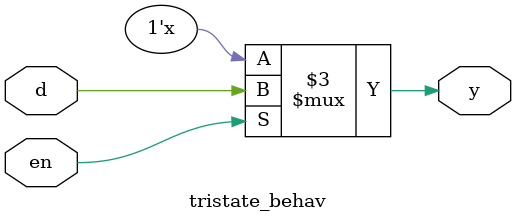
<source format=v>
module tristate_behav(input d, input en, output reg y);
  always @(*) begin
    if(en)
      y=d;
    else
      y=1'bz;
    end
  endmodule
  

</source>
